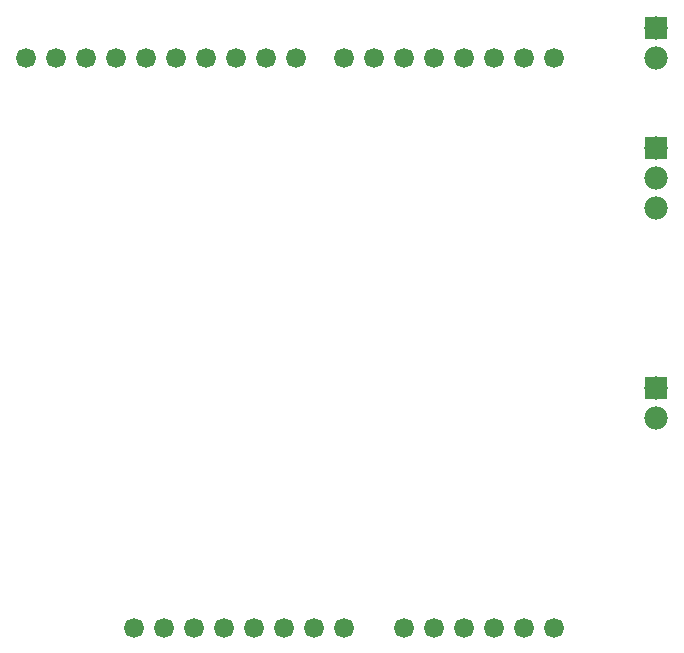
<source format=gbl>
G04 MADE WITH FRITZING*
G04 WWW.FRITZING.ORG*
G04 DOUBLE SIDED*
G04 HOLES PLATED*
G04 CONTOUR ON CENTER OF CONTOUR VECTOR*
%ASAXBY*%
%FSLAX23Y23*%
%MOIN*%
%OFA0B0*%
%SFA1.0B1.0*%
%ADD10C,0.066194*%
%ADD11C,0.066222*%
%ADD12C,0.078000*%
%ADD13R,0.078000X0.078000*%
%LNCOPPER0*%
G90*
G70*
G54D10*
X2071Y178D03*
X2171Y178D03*
X2271Y178D03*
X2371Y178D03*
X2471Y178D03*
G54D11*
X1611Y2078D03*
X1511Y2078D03*
X1411Y2078D03*
X1311Y2078D03*
X1211Y2078D03*
X1111Y2078D03*
X1011Y2078D03*
X911Y2078D03*
X811Y2078D03*
X711Y2078D03*
X2471Y2078D03*
X2371Y2078D03*
X2271Y2078D03*
X2171Y2078D03*
X2071Y2078D03*
X1971Y2078D03*
X1871Y2078D03*
X1771Y2078D03*
G54D10*
X1171Y178D03*
X1071Y178D03*
X1271Y178D03*
X1371Y178D03*
X1471Y178D03*
X1571Y178D03*
X1671Y178D03*
X1771Y178D03*
X1971Y178D03*
G54D12*
X2811Y2178D03*
X2811Y2078D03*
X2811Y1778D03*
X2811Y1678D03*
X2811Y1578D03*
X2811Y978D03*
X2811Y878D03*
G54D13*
X2811Y2178D03*
X2811Y1778D03*
X2811Y978D03*
G04 End of Copper0*
M02*
</source>
